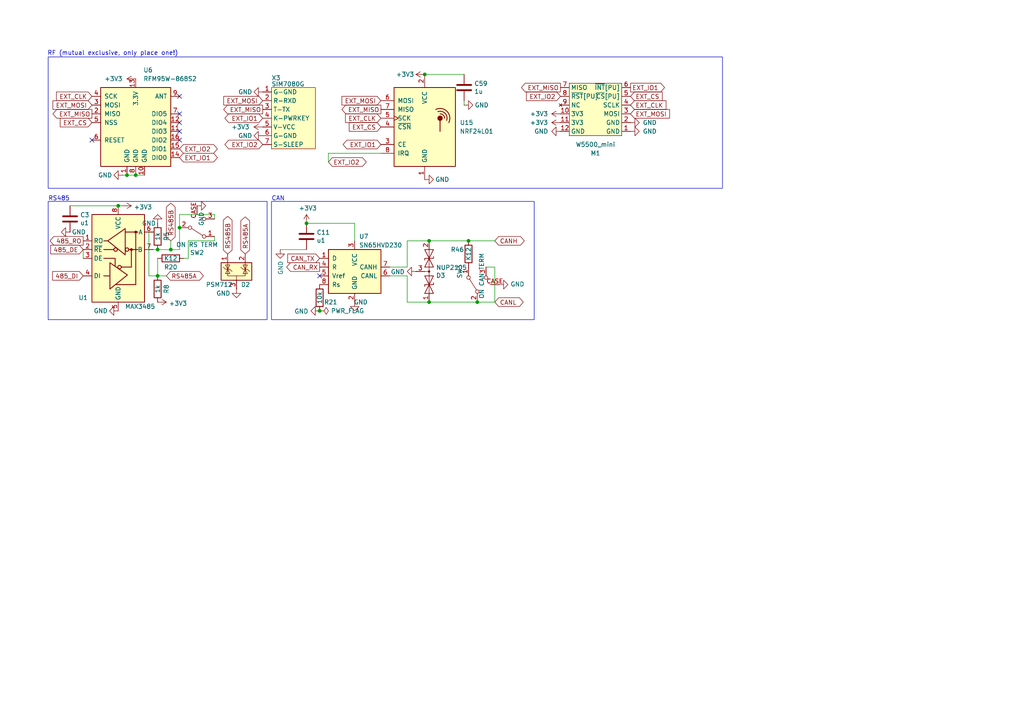
<source format=kicad_sch>
(kicad_sch (version 20231120) (generator "eeschema") (generator_version "8.0")
  (paper "A4")
  (title_block (title "lab@home") (date "2024-08-19") (rev "15.1") (company "Klaus Liebler"))
  (lib_symbols
    (symbol "Device:C" (pin_numbers hide) (pin_names (offset 0.254))
      (property "Reference" "C" (at 0.635 2.54 0))
      (property "Value" "C" (at 0.635 -2.54 0))
      (symbol "C_0_1"
        (polyline (pts (xy -2.032 -0.762) (xy 2.032 -0.762)) (stroke (width 0.508)))
        (polyline (pts (xy -2.032 0.762) (xy 2.032 0.762)) (stroke (width 0.508)))
      )
      (symbol "C_1_1"
        (pin passive line (at 0 3.81 270) (length 2.794) (name "~") (number "1"))
        (pin passive line (at 0 -3.81 90) (length 2.794) (name "~") (number "2"))
      )
    )
    (symbol "Device:R" (pin_numbers hide) (pin_names (offset 0))
      (property "Reference" "R" (at 2.032 0 90))
      (property "Value" "R" (at 0 0 90))
      (symbol "R_0_1"
        (rectangle (start -1.016 -2.54) (end 1.016 2.54) (stroke (width 0.254)))
      )
      (symbol "R_1_1"
        (pin passive line (at 0 3.81 270) (length 1.27) (name "~") (number "1"))
        (pin passive line (at 0 -3.81 90) (length 1.27) (name "~") (number "2"))
      )
    )
    (symbol "Diode:SM712_SOT23" (pin_names (offset 1.016) hide)
      (property "Reference" "D" (at 0 4.445 0))
      (property "Value" "SM712_SOT23" (at 0 2.54 0))
      (symbol "SM712_SOT23_0_0"
        (polyline (pts (xy 0 -1.27) (xy 0 0)))
      )
      (symbol "SM712_SOT23_0_1"
        (polyline (pts (xy -6.35 0) (xy 6.35 0)))
        (polyline (pts (xy -3.302 1.27) (xy -3.81 1.27) (xy -3.81 -1.27) (xy -4.318 -1.27)) (stroke (width 0.2032)))
        (polyline (pts (xy 4.318 1.27) (xy 3.81 1.27) (xy 3.81 -1.27) (xy 3.302 -1.27)) (stroke (width 0.2032)))
        (polyline (pts (xy -6.35 -1.27) (xy -1.27 1.27) (xy -1.27 -1.27) (xy -6.35 1.27) (xy -6.35 -1.27)) (stroke (width 0.2032)))
        (polyline (pts (xy 1.27 -1.27) (xy 1.27 1.27) (xy 6.35 -1.27) (xy 6.35 1.27) (xy 1.27 -1.27)) (stroke (width 0.2032)))
        (circle (center 0 0) (radius 0.254) (fill (type outline)))
      )
      (symbol "SM712_SOT23_1_1"
        (pin passive line (at -8.89 0 0) (length 2.54) (name "A1") (number "1"))
        (pin passive line (at 8.89 0 180) (length 2.54) (name "A2") (number "2"))
        (pin input line (at 0 -3.81 90) (length 2.54) (name "common") (number "3"))
      )
    )
    (symbol "Interface_CAN_LIN:SN65HVD230" (pin_names (offset 1.016))
      (property "Reference" "U" (at -2.54 10.16 0))
      (property "Value" "SN65HVD230" (at -2.54 7.62 0))
      (symbol "SN65HVD230_0_1"
        (rectangle (start -7.62 5.08) (end 7.62 -7.62) (stroke (width 0.254)) (fill (type background)))
      )
      (symbol "SN65HVD230_1_1"
        (pin input line (at -10.16 2.54 0) (length 2.54) (name "D") (number "1"))
        (pin power_in line (at 0 -10.16 90) (length 2.54) (name "GND") (number "2"))
        (pin power_in line (at 0 7.62 270) (length 2.54) (name "VCC") (number "3"))
        (pin output line (at -10.16 0 0) (length 2.54) (name "R") (number "4"))
        (pin output line (at -10.16 -2.54 0) (length 2.54) (name "Vref") (number "5"))
        (pin bidirectional line (at 10.16 -2.54 180) (length 2.54) (name "CANL") (number "6"))
        (pin bidirectional line (at 10.16 0 180) (length 2.54) (name "CANH") (number "7"))
        (pin input line (at -10.16 -5.08 0) (length 2.54) (name "Rs") (number "8"))
      )
    )
    (symbol "Interface_UART:MAX3485"
      (property "Reference" "U" (at -6.985 13.97 0))
      (property "Value" "MAX3485" (at 1.905 13.97 0))
      (symbol "MAX3485_0_1"
        (rectangle (start -7.62 12.7) (end 7.62 -12.7) (stroke (width 0.254)) (fill (type background)))
        (polyline (pts (xy -4.191 2.54) (xy -1.27 2.54)) (stroke (width 0.254)))
        (polyline (pts (xy -2.54 -5.08) (xy -4.191 -5.08)) (stroke (width 0.254)))
        (polyline (pts (xy -0.635 -7.62) (xy 5.08 -7.62)) (stroke (width 0.254)))
        (polyline (pts (xy 0.889 -2.54) (xy 3.81 -2.54)) (stroke (width 0.254)))
        (polyline (pts (xy 2.032 7.62) (xy 5.715 7.62)) (stroke (width 0.254)))
        (polyline (pts (xy 3.048 2.54) (xy 5.715 2.54)) (stroke (width 0.254)))
        (polyline (pts (xy 3.81 -2.54) (xy 3.81 2.54)) (stroke (width 0.254)))
        (polyline (pts (xy 5.08 -7.62) (xy 5.08 7.62)) (stroke (width 0.254)))
        (polyline (pts (xy -4.191 0) (xy -0.889 0) (xy -0.889 -2.286)) (stroke (width 0.254)))
        (polyline (pts (xy -3.175 5.08) (xy -4.191 5.08) (xy -4.064 5.08)) (stroke (width 0.254)))
        (polyline (pts (xy -2.413 -5.08) (xy -2.413 -1.27) (xy 2.667 -4.826) (xy -2.413 -8.89) (xy -2.413 -5.08)) (stroke (width 0.254)))
        (circle (center 0.381 -2.54) (radius 0.508) (stroke (width 0.254)))
        (circle (center 3.81 2.54) (radius 0.2794) (stroke (width 0.254)) (fill (type outline)))
      )
      (symbol "MAX3485_1_1"
        (circle (center -0.762 2.54) (radius 0.508) (stroke (width 0.254)))
        (polyline (pts (xy 2.032 4.826) (xy 2.032 8.636) (xy -3.048 5.08) (xy 2.032 1.016) (xy 2.032 4.826)) (stroke (width 0.254)))
        (circle (center 2.54 2.54) (radius 0.508) (stroke (width 0.254)))
        (circle (center 5.08 7.62) (radius 0.2794) (stroke (width 0.254)) (fill (type outline)))
        (pin output line (at -10.16 5.08 0) (length 2.54) (name "RO") (number "1"))
        (pin input line (at -10.16 2.54 0) (length 2.54) (name "~{RE}") (number "2"))
        (pin input line (at -10.16 0 0) (length 2.54) (name "DE") (number "3"))
        (pin input line (at -10.16 -5.08 0) (length 2.54) (name "DI") (number "4"))
        (pin power_in line (at 0 -15.24 90) (length 2.54) (name "GND") (number "5"))
        (pin bidirectional line (at 10.16 7.62 180) (length 2.54) (name "A") (number "6"))
        (pin bidirectional line (at 10.16 2.54 180) (length 2.54) (name "B") (number "7"))
        (pin power_in line (at 0 15.24 270) (length 2.54) (name "VCC") (number "8"))
      )
    )
    (symbol "Power_Protection:NUP2105L" (pin_names hide)
      (property "Reference" "D" (at 5.715 2.54 0))
      (property "Value" "NUP2105L" (at 5.715 0.635 0))
      (symbol "NUP2105L_0_0"
        (pin passive line (at 0 -5.08 90) (length 2.54) (name "A") (number "3"))
      )
      (symbol "NUP2105L_0_1"
        (rectangle (start -4.445 2.54) (end 4.445 -2.54) (stroke (width 0.254)) (fill (type background)))
        (polyline (pts (xy -2.54 2.54) (xy -2.54 0.635)))
        (polyline (pts (xy 0 -1.27) (xy 0 -2.54)))
        (polyline (pts (xy 2.54 2.54) (xy 2.54 0.635)))
        (polyline (pts (xy -3.81 1.27) (xy -3.175 0.635) (xy -1.905 0.635) (xy -1.27 0)))
        (polyline (pts (xy -2.54 0.635) (xy -2.54 -1.27) (xy 2.54 -1.27) (xy 2.54 0.635)))
        (polyline (pts (xy -2.54 0.635) (xy -1.905 -0.635) (xy -3.175 -0.635) (xy -2.54 0.635)))
        (polyline (pts (xy 2.54 0.635) (xy 1.905 -0.635) (xy 3.175 -0.635) (xy 2.54 0.635)))
        (polyline (pts (xy 2.54 0.635) (xy 3.175 1.905) (xy 1.905 1.905) (xy 2.54 0.635)))
        (polyline (pts (xy -2.54 0.635) (xy -3.175 1.905) (xy -1.905 1.905) (xy -2.54 0.635) (xy -2.54 1.27)))
        (polyline (pts (xy 1.27 1.27) (xy 1.905 0.635) (xy 2.54 0.635) (xy 3.175 0.635) (xy 3.81 0)))
      )
      (symbol "NUP2105L_1_1"
        (pin passive line (at -2.54 5.08 270) (length 2.54) (name "K") (number "1"))
        (pin passive line (at 2.54 5.08 270) (length 2.54) (name "K") (number "2"))
      )
    )
    (symbol "RF:NRF24L01_Breakout" (pin_names (offset 1.016))
      (property "Reference" "U" (at -8.89 12.7 0))
      (property "Value" "NRF24L01_Breakout" (at 3.81 12.7 0))
      (symbol "NRF24L01_Breakout_0_1"
        (rectangle (start -8.89 11.43) (end 8.89 -11.43) (stroke (width 0.254)) (fill (type background)))
        (polyline (pts (xy 4.445 1.905) (xy 4.445 -1.27)) (stroke (width 0.254)))
        (circle (center 4.445 2.54) (radius 0.635) (stroke (width 0.254)) (fill (type outline)))
        (arc (start 5.715 2.54) (mid 5.3521 3.4546) (end 4.445 3.81) (stroke (width 0.254)))
        (arc (start 6.35 1.905) (mid 5.8763 3.9854) (end 3.81 4.445) (stroke (width 0.254)))
        (arc (start 6.985 1.27) (mid 6.453 4.548) (end 3.175 5.08) (stroke (width 0.254)))
      )
      (symbol "NRF24L01_Breakout_1_1"
        (pin power_in line (at 0 -15.24 90) (length 3.81) (name "GND") (number "1"))
        (pin power_in line (at 0 15.24 270) (length 3.81) (name "VCC") (number "2"))
        (pin input line (at -12.7 -5.08 0) (length 3.81) (name "CE") (number "3"))
        (pin input line (at -12.7 0 0) (length 3.81) (name "~{CSN}") (number "4"))
        (pin input clock (at -12.7 2.54 0) (length 3.81) (name "SCK") (number "5"))
        (pin input line (at -12.7 7.62 0) (length 3.81) (name "MOSI") (number "6"))
        (pin output line (at -12.7 5.08 0) (length 3.81) (name "MISO") (number "7"))
        (pin output line (at -12.7 -7.62 0) (length 3.81) (name "IRQ") (number "8"))
      )
    )
    (symbol "RF_Module:RFM95W-868S2" (pin_names (offset 1.016))
      (property "Reference" "U" (at -10.414 11.684 0))
      (property "Value" "RFM95W-868S2" (at 1.524 11.43 0))
      (symbol "RFM95W-868S2_0_1"
        (rectangle (start -10.16 10.16) (end 10.16 -12.7) (stroke (width 0.254)) (fill (type background)))
      )
      (symbol "RFM95W-868S2_1_1"
        (pin power_in line (at -2.54 -15.24 90) (length 2.54) (name "GND") (number "1"))
        (pin power_in line (at 2.54 -15.24 90) (length 2.54) (name "GND") (number "10"))
        (pin bidirectional line (at 12.7 -2.54 180) (length 2.54) (name "DIO3") (number "11"))
        (pin bidirectional line (at 12.7 0 180) (length 2.54) (name "DIO4") (number "12"))
        (pin power_in line (at 0 12.7 270) (length 2.54) (name "3.3V") (number "13"))
        (pin bidirectional line (at 12.7 -10.16 180) (length 2.54) (name "DIO0") (number "14"))
        (pin bidirectional line (at 12.7 -7.62 180) (length 2.54) (name "DIO1") (number "15"))
        (pin bidirectional line (at 12.7 -5.08 180) (length 2.54) (name "DIO2") (number "16"))
        (pin output line (at -12.7 2.54 0) (length 2.54) (name "MISO") (number "2"))
        (pin input line (at -12.7 5.08 0) (length 2.54) (name "MOSI") (number "3"))
        (pin input line (at -12.7 7.62 0) (length 2.54) (name "SCK") (number "4"))
        (pin input line (at -12.7 0 0) (length 2.54) (name "NSS") (number "5"))
        (pin bidirectional line (at -12.7 -5.08 0) (length 2.54) (name "RESET") (number "6"))
        (pin bidirectional line (at 12.7 2.54 180) (length 2.54) (name "DIO5") (number "7"))
        (pin power_in line (at 0 -15.24 90) (length 2.54) (name "GND") (number "8"))
        (pin bidirectional line (at 12.7 7.62 180) (length 2.54) (name "ANT") (number "9"))
      )
    )
    (symbol "liebler_MECH:SW_SPDT_with_Case" (pin_names (offset 0) hide)
      (property "Reference" "SW1" (at 0 7.62 0))
      (property "Value" "SW_SPDT_with_Case" (at 0 5.08 0))
      (symbol "SW_SPDT_with_Case_0_0"
        (circle (center -2.032 0) (radius 0.508))
        (circle (center 2.032 -2.54) (radius 0.508))
      )
      (symbol "SW_SPDT_with_Case_0_1"
        (polyline (pts (xy -1.524 0.254) (xy 1.651 2.286)))
        (circle (center 2.032 2.54) (radius 0.508))
      )
      (symbol "SW_SPDT_with_Case_1_1"
        (pin passive line (at 5.08 2.54 180) (length 2.54) (name "A") (number "1"))
        (pin passive line (at -5.08 0 0) (length 2.54) (name "B") (number "2"))
        (pin passive line (at 5.08 -2.54 180) (length 2.54) (name "C") (number "3"))
        (pin passive line (at 0 -6.35 90) (length 2.54) (name "CASE") (number "CASE"))
      )
    )
    (symbol "liebler_MODULES:SIM7080G_AND_MODULE"
      (property "Reference" "X" (at 0 10.16 0))
      (property "Value" "SIM7080G_AND_MODULE" (at 0 12.7 0))
      (symbol "SIM7080G_AND_MODULE_0_1"
        (rectangle (start -6.35 8.89) (end 6.35 -8.89) (fill (type background)))
      )
      (symbol "SIM7080G_AND_MODULE_1_1"
        (pin power_in line (at -8.89 7.62 0) (length 2.54) (name "G-GND") (number "1"))
        (pin input line (at -8.89 5.08 0) (length 2.54) (name "R-RXD") (number "2"))
        (pin output line (at -8.89 2.54 0) (length 2.54) (name "T-TX") (number "3"))
        (pin input line (at -8.89 0 0) (length 2.54) (name "K-PWRKEY") (number "4"))
        (pin power_in line (at -8.89 -2.54 0) (length 2.54) (name "V-VCC") (number "5"))
        (pin power_in line (at -8.89 -5.08 0) (length 2.54) (name "G-GND") (number "6"))
        (pin power_in line (at -8.89 -7.62 0) (length 2.54) (name "S-SLEEP") (number "7"))
      )
    )
    (symbol "liebler_MODULES:W5500_mini"
      (property "Reference" "M" (at 0 11.43 0))
      (property "Value" "W5500_mini" (at 0 8.89 0))
      (symbol "W5500_mini_0_1"
        (rectangle (start -7.62 7.62) (end 7.62 -7.62) (fill (type background)))
      )
      (symbol "W5500_mini_1_1"
        (pin power_in line (at -10.16 6.35 0) (length 2.54) (name "GND") (number "1"))
        (pin power_in line (at 10.16 1.27 180) (length 2.54) (name "3V3") (number "10"))
        (pin power_in line (at 10.16 3.81 180) (length 2.54) (name "3V3") (number "11"))
        (pin power_in line (at 10.16 6.35 180) (length 2.54) (name "GND") (number "12"))
        (pin power_in line (at -10.16 3.81 0) (length 2.54) (name "GND") (number "2"))
        (pin input line (at -10.16 1.27 0) (length 2.54) (name "MOSI") (number "3"))
        (pin input line (at -10.16 -1.27 0) (length 2.54) (name "SCLK") (number "4"))
        (pin input line (at -10.16 -3.81 0) (length 2.54) (name "~{CS}[PU]") (number "5"))
        (pin output line (at -10.16 -6.35 0) (length 2.54) (name "~{INT}[PU]") (number "6"))
        (pin output line (at 10.16 -6.35 180) (length 2.54) (name "MISO") (number "7"))
        (pin input line (at 10.16 -3.81 180) (length 2.54) (name "~{RST}[PU]") (number "8"))
        (pin no_connect line (at 10.16 -1.27 180) (length 2.54) (name "NC") (number "9"))
      )
    )
    (symbol "power:+3V3" (power) (pin_numbers hide) (pin_names (offset 0) hide)
      (property "Value" "+3V3" (at 0 3.556 0))
      (symbol "+3V3_0_1"
        (polyline (pts (xy -0.762 1.27) (xy 0 2.54)))
        (polyline (pts (xy 0 0) (xy 0 2.54)))
        (polyline (pts (xy 0 2.54) (xy 0.762 1.27)))
      )
      (symbol "+3V3_1_1"
        (pin power_in line (at 0 0 90) (length 0) (name "~") (number "1"))
      )
    )
    (symbol "power:GND" (power) (pin_numbers hide) (pin_names (offset 0) hide)
      (property "Value" "GND" (at 0 -3.81 0))
      (symbol "GND_0_1"
        (polyline (pts (xy 0 0) (xy 0 -1.27) (xy 1.27 -1.27) (xy 0 -2.54) (xy -1.27 -1.27) (xy 0 -1.27)))
      )
      (symbol "GND_1_1"
        (pin power_in line (at 0 0 270) (length 0) (name "~") (number "1"))
      )
    )
    (symbol "power:PWR_FLAG" (power) (pin_numbers hide) (pin_names (offset 0) hide)
      (property "Value" "PWR_FLAG" (at 0 3.81 0))
      (symbol "PWR_FLAG_0_0"
        (pin power_out line (at 0 0 90) (length 0) (name "~") (number "1"))
      )
      (symbol "PWR_FLAG_0_1"
        (polyline (pts (xy 0 0) (xy 0 1.27) (xy -1.016 1.905) (xy 0 2.54) (xy 1.016 1.905) (xy 0 1.27)))
      )
    )
  )
  (junction (at 138.43 87.63))
  (junction (at 52.07 66.04))
  (junction (at 88.9 64.77))
  (junction (at 123.19 21.59))
  (junction (at 135.89 69.85))
  (junction (at 45.72 80.01))
  (junction (at 49.53 72.39))
  (junction (at 34.29 59.69))
  (junction (at 39.37 50.8))
  (junction (at 36.83 50.8))
  (junction (at 92.71 90.17))
  (junction (at 124.46 87.63))
  (junction (at 45.72 72.39))
  (junction (at 124.46 69.85))
  (no_connect (at 52.07 27.94))
  (no_connect (at 52.07 35.56))
  (no_connect (at 52.07 38.1))
  (no_connect (at 26.67 40.64))
  (no_connect (at 52.07 40.64))
  (no_connect (at 52.07 33.02))
  (no_connect (at 92.71 80.01))
  (wire (pts (xy 54.61 69.85) (xy 54.61 74.93)))
  (wire (pts (xy 49.53 69.85) (xy 49.53 72.39)))
  (wire (pts (xy 35.56 50.8) (xy 36.83 50.8)))
  (wire (pts (xy 88.9 72.39) (xy 81.28 72.39)))
  (wire (pts (xy 43.18 80.01) (xy 43.18 67.31)))
  (wire (pts (xy 124.46 69.85) (xy 135.89 69.85)))
  (wire (pts (xy 52.07 62.23) (xy 62.23 62.23)))
  (wire (pts (xy 45.72 80.01) (xy 45.72 74.93)))
  (wire (pts (xy 143.51 77.47) (xy 143.51 87.63)))
  (wire (pts (xy 138.43 87.63) (xy 143.51 87.63)))
  (wire (pts (xy 113.03 80.01) (xy 118.11 80.01)))
  (wire (pts (xy 36.83 50.8) (xy 39.37 50.8)))
  (wire (pts (xy 95.25 44.45) (xy 95.25 46.99)))
  (wire (pts (xy 135.89 69.85) (xy 143.51 69.85)))
  (wire (pts (xy 49.53 72.39) (xy 52.07 72.39)))
  (wire (pts (xy 62.23 62.23) (xy 62.23 63.5)))
  (wire (pts (xy 43.18 80.01) (xy 45.72 80.01)))
  (wire (pts (xy 48.26 80.01) (xy 45.72 80.01)))
  (wire (pts (xy 49.53 72.39) (xy 45.72 72.39)))
  (wire (pts (xy 88.9 64.77) (xy 102.87 64.77)))
  (wire (pts (xy 124.46 87.63) (xy 138.43 87.63)))
  (wire (pts (xy 95.25 44.45) (xy 110.49 44.45)))
  (wire (pts (xy 118.11 87.63) (xy 124.46 87.63)))
  (wire (pts (xy 43.18 67.31) (xy 44.45 67.31)))
  (wire (pts (xy 118.11 80.01) (xy 118.11 87.63)))
  (wire (pts (xy 134.62 29.21) (xy 134.62 30.48)))
  (wire (pts (xy 118.11 77.47) (xy 113.03 77.47)))
  (wire (pts (xy 124.46 69.85) (xy 118.11 69.85)))
  (wire (pts (xy 54.61 74.93) (xy 53.34 74.93)))
  (wire (pts (xy 123.19 21.59) (xy 134.62 21.59)))
  (wire (pts (xy 52.07 66.04) (xy 52.07 62.23)))
  (wire (pts (xy 20.32 59.69) (xy 34.29 59.69)))
  (wire (pts (xy 140.97 77.47) (xy 143.51 77.47)))
  (wire (pts (xy 62.23 68.58) (xy 62.23 69.85)))
  (wire (pts (xy 45.72 72.39) (xy 44.45 72.39)))
  (wire (pts (xy 52.07 72.39) (xy 52.07 66.04)))
  (wire (pts (xy 39.37 50.8) (xy 41.91 50.8)))
  (wire (pts (xy 102.87 69.85) (xy 102.87 64.77)))
  (wire (pts (xy 118.11 69.85) (xy 118.11 77.47)))
  (wire (pts (xy 24.13 72.39) (xy 24.13 74.93)))
  (wire (pts (xy 62.23 69.85) (xy 54.61 69.85)))
  (wire (pts (xy 34.29 59.69) (xy 35.56 59.69)))
  (rectangle (start 13.97 58.42) (end 77.47 92.71))
  (rectangle (start 13.97 16.51) (end 209.55 54.61))
  (rectangle (start 78.74 58.42) (end 154.94 92.71))
  (text "RF (mutual exclusive, only place one!)" (at 13.716 16.256 0) (effects (font (size 1.27 1.27)) (justify left bottom)))
  (text "RS485" (at 13.97 58.42 0) (effects (font (size 1.27 1.27)) (justify left bottom)))
  (text "CAN" (at 78.74 58.42 0) (effects (font (size 1.27 1.27)) (justify left bottom)))
  (global_label "EXT_IO1" (shape bidirectional) (at 110.49 41.91 180) (property "Intersheetrefs" "${INTERSHEET_REFS}" (effects (hide yes))))
  (global_label "EXT_IO1" (shape bidirectional) (at 52.07 45.72 0) (property "Intersheetrefs" "${INTERSHEET_REFS}" (effects (hide yes))))
  (global_label "EXT_MISO" (shape output) (at 162.56 25.4 180) (property "Intersheetrefs" "${INTERSHEET_REFS}" (effects (hide yes))))
  (global_label "EXT_CS" (shape input) (at 110.49 36.83 180) (property "Intersheetrefs" "${INTERSHEET_REFS}" (effects (hide yes))))
  (global_label "EXT_MISO" (shape output) (at 76.2 31.75 180) (property "Intersheetrefs" "${INTERSHEET_REFS}" (effects (hide yes))))
  (global_label "RS485A" (shape bidirectional) (at 71.12 73.66 90) (property "Intersheetrefs" "${INTERSHEET_REFS}" (effects (hide yes))))
  (global_label "EXT_IO1" (shape output) (at 182.88 25.4 0) (property "Intersheetrefs" "${INTERSHEET_REFS}" (effects (hide yes))))
  (global_label "EXT_CS" (shape input) (at 26.67 35.56 180) (property "Intersheetrefs" "${INTERSHEET_REFS}" (effects (hide yes))))
  (global_label "EXT_CS" (shape input) (at 182.88 27.94 0) (property "Intersheetrefs" "${INTERSHEET_REFS}" (effects (hide yes))))
  (global_label "CAN_TX" (shape input) (at 92.71 74.93 180) (property "Intersheetrefs" "${INTERSHEET_REFS}" (effects (hide yes))))
  (global_label "EXT_IO2" (shape bidirectional) (at 52.07 43.18 0) (property "Intersheetrefs" "${INTERSHEET_REFS}" (effects (hide yes))))
  (global_label "EXT_IO2" (shape bidirectional) (at 76.2 41.91 180) (property "Intersheetrefs" "${INTERSHEET_REFS}" (effects (hide yes))))
  (global_label "EXT_MISO" (shape output) (at 110.49 31.75 180) (property "Intersheetrefs" "${INTERSHEET_REFS}" (effects (hide yes))))
  (global_label "CANH" (shape bidirectional) (at 143.51 69.85 0) (property "Intersheetrefs" "${INTERSHEET_REFS}" (effects (hide yes))))
  (global_label "EXT_MOSI" (shape input) (at 26.67 30.48 180) (property "Intersheetrefs" "${INTERSHEET_REFS}" (effects (hide yes))))
  (global_label "EXT_IO2" (shape bidirectional) (at 95.25 46.99 0) (property "Intersheetrefs" "${INTERSHEET_REFS}" (effects (hide yes))))
  (global_label "RS485B" (shape bidirectional) (at 49.53 69.85 90) (property "Intersheetrefs" "${INTERSHEET_REFS}" (effects (hide yes))))
  (global_label "RS485B" (shape bidirectional) (at 66.04 73.66 90) (property "Intersheetrefs" "${INTERSHEET_REFS}" (effects (hide yes))))
  (global_label "CAN_RX" (shape output) (at 92.71 77.47 180) (property "Intersheetrefs" "${INTERSHEET_REFS}" (effects (hide yes))))
  (global_label "EXT_CLK" (shape input) (at 26.67 27.94 180) (property "Intersheetrefs" "${INTERSHEET_REFS}" (effects (hide yes))))
  (global_label "RS485A" (shape bidirectional) (at 48.26 80.01 0) (property "Intersheetrefs" "${INTERSHEET_REFS}" (effects (hide yes))))
  (global_label "CANL" (shape bidirectional) (at 143.51 87.63 0) (property "Intersheetrefs" "${INTERSHEET_REFS}" (effects (hide yes))))
  (global_label "EXT_MOSI" (shape input) (at 182.88 33.02 0) (property "Intersheetrefs" "${INTERSHEET_REFS}" (effects (hide yes))))
  (global_label "EXT_CLK" (shape input) (at 182.88 30.48 0) (property "Intersheetrefs" "${INTERSHEET_REFS}" (effects (hide yes))))
  (global_label "485_RO" (shape output) (at 24.13 69.85 180) (property "Intersheetrefs" "${INTERSHEET_REFS}" (effects (hide yes))))
  (global_label "EXT_MOSI" (shape input) (at 110.49 29.21 180) (property "Intersheetrefs" "${INTERSHEET_REFS}" (effects (hide yes))))
  (global_label "EXT_MISO" (shape output) (at 26.67 33.02 180) (property "Intersheetrefs" "${INTERSHEET_REFS}" (effects (hide yes))))
  (global_label "485_DI" (shape input) (at 24.13 80.01 180) (property "Intersheetrefs" "${INTERSHEET_REFS}" (effects (hide yes))))
  (global_label "EXT_IO1" (shape bidirectional) (at 76.2 34.29 180) (property "Intersheetrefs" "${INTERSHEET_REFS}" (effects (hide yes))))
  (global_label "EXT_CLK" (shape input) (at 110.49 34.29 180) (property "Intersheetrefs" "${INTERSHEET_REFS}" (effects (hide yes))))
  (global_label "EXT_MOSI" (shape input) (at 76.2 29.21 180) (property "Intersheetrefs" "${INTERSHEET_REFS}" (effects (hide yes))))
  (global_label "EXT_IO2" (shape input) (at 162.56 27.94 180) (property "Intersheetrefs" "${INTERSHEET_REFS}" (effects (hide yes))))
  (global_label "485_DE" (shape input) (at 24.13 72.39 180) (property "Intersheetrefs" "${INTERSHEET_REFS}" (effects (hide yes))))
  (symbol (lib_id "power:PWR_FLAG") (at 92.71 90.17 270) (unit 1)
    (property "Reference" "#FLG01" (effects (hide yes)))
    (property "Value" "PWR_FLAG" (at 95.9612 90.17 90) (effects (justify left)))
    (property "Description" "Special symbol for telling ERC where power comes from" (effects (hide yes)))
  )
  (symbol (lib_id "power:GND") (at 120.65 78.74 270) (unit 1)
    (property "Reference" "#PWR052" (effects (hide yes)))
    (property "Value" "GND" (at 117.3988 78.867 90) (effects (justify right)))
    (property "Description" "Power symbol creates a global label with name \"GND\" , ground" (effects (hide yes)))
  )
  (symbol (lib_id "power:+3V3") (at 88.9 64.77 0) (unit 1)
    (property "Reference" "#PWR041" (effects (hide yes)))
    (property "Value" "+3V3" (at 89.281 60.3758 0))
    (property "Description" "Power symbol creates a global label with name \"+3V3\"" (effects (hide yes)))
  )
  (symbol (lib_id "Device:R") (at 135.89 73.66 180) (unit 1)
    (property "Reference" "R46" (at 134.62 72.39 0) (effects (justify left)))
    (property "Value" "K12" (at 135.89 73.66 90))
    (property "Footprint" "Resistor_SMD:R_1206_3216Metric_Pad1.30x1.75mm_HandSolder" (effects (hide yes)))
  )
  (symbol (lib_id "Diode:SM712_SOT23") (at 124.46 78.74 270) (mirror x) (unit 1)
    (property "Reference" "D3" (at 126.4666 79.9084 90) (effects (justify left)))
    (property "Value" "NUP2105" (at 126.4666 77.597 90) (effects (justify left)))
    (property "Footprint" "Package_TO_SOT_SMD:SOT-23_Handsoldering" (effects (hide yes)))
    (property "Datasheet" "https://www.littelfuse.com/~/media/electronics/datasheets/tvs_diode_arrays/littelfuse_tvs_diode_array_sm712_datasheet.pdf.pdf" (effects (hide yes)))
  )
  (symbol (lib_id "Device:R") (at 92.71 86.36 0) (unit 1)
    (property "Reference" "R21" (at 93.98 87.63 0) (effects (justify left)))
    (property "Value" "10k" (at 92.71 86.36 90))
    (property "Footprint" "Resistor_SMD:R_0201_0603Metric" (effects (hide yes)))
  )
  (symbol (lib_id "Interface_CAN_LIN:SN65HVD230") (at 102.87 77.47 0) (unit 1)
    (property "Reference" "U7" (at 104.14 68.58 0) (effects (justify left)))
    (property "Value" "SN65HVD230" (at 104.14 71.12 0) (effects (justify left)))
    (property "Footprint" "liebler_SEMICONDUCTORS:SOIC-8_3.9x4.9mm_Pitch1.27mm_handsolder" (effects (hide yes)))
    (property "Datasheet" "http://www.ti.com/lit/ds/symlink/sn65hvd230.pdf" (effects (hide yes)))
  )
  (symbol (lib_id "power:GND") (at 144.78 82.55 90) (unit 1)
    (property "Reference" "#PWR0211" (effects (hide yes)))
    (property "Value" "GND" (at 148.0312 82.423 90) (effects (justify right)))
    (property "Description" "Power symbol creates a global label with name \"GND\" , ground" (effects (hide yes)))
  )
  (symbol (lib_id "Interface_UART:MAX3485") (at 34.29 74.93 0) (unit 1)
    (property "Reference" "U1" (at 24.13 86.36 0))
    (property "Value" "MAX3485" (at 40.64 88.9 0))
    (property "Footprint" "liebler_SEMICONDUCTORS:SOIC-8_3.9x4.9mm_Pitch1.27mm_handsolder" (effects (hide yes)))
    (property "Datasheet" "https://datasheets.maximintegrated.com/en/ds/MAX3483-MAX3491.pdf" (effects (hide yes)))
    (property "Description" "True RS-485/RS-422, 10Mbps, Slew-Rate Limited, with low-power shutdown, with receiver/driver enable, 32 receiver drive capacitity, DIP-8 and SOIC-8" (effects (hide yes)))
  )
  (symbol (lib_id "power:GND") (at 102.87 87.63 0) (unit 1)
    (property "Reference" "#PWR051" (effects (hide yes)))
    (property "Value" "GND" (at 106.68 87.63 0) (effects (justify right)))
    (property "Description" "Power symbol creates a global label with name \"GND\" , ground" (effects (hide yes)))
  )
  (symbol (lib_id "Device:C") (at 20.32 63.5 180) (unit 1)
    (property "Reference" "C3" (at 23.241 62.3316 0) (effects (justify right)))
    (property "Value" "u1" (at 23.241 64.643 0) (effects (justify right)))
    (property "Footprint" "Capacitor_SMD:C_0201_0603Metric" (effects (hide yes)))
  )
  (symbol (lib_id "RF:NRF24L01_Breakout") (at 123.19 36.83 0) (unit 1)
    (property "Reference" "U15" (at 133.35 35.5599 0) (effects (justify left)))
    (property "Value" "NRF24L01" (at 133.35 38.0999 0) (effects (justify left)))
    (property "Footprint" "RF_Module:nRF24L01_Breakout" (effects (hide yes)))
    (property "Datasheet" "http://www.nordicsemi.com/eng/content/download/2730/34105/file/nRF24L01_Product_Specification_v2_0.pdf" (effects (hide yes)))
    (property "Description" "Ultra low power 2.4GHz RF Transceiver, Carrier PCB" (effects (hide yes)))
  )
  (symbol (lib_id "Device:R") (at 45.72 83.82 180) (unit 1)
    (property "Reference" "R8" (at 48.26 83.82 90))
    (property "Value" "1k" (at 45.72 83.82 90))
    (property "Footprint" "Resistor_SMD:R_0402_1005Metric" (effects (hide yes)))
  )
  (symbol (lib_id "power:GND") (at 34.29 90.17 270) (unit 1)
    (property "Reference" "#PWR03" (effects (hide yes)))
    (property "Value" "GND" (at 29.21 90.17 90))
    (property "Description" "Power symbol creates a global label with name \"GND\" , ground" (effects (hide yes)))
  )
  (symbol (lib_id "power:+3V3") (at 76.2 36.83 90) (unit 1)
    (property "Reference" "#PWR017" (effects (hide yes)))
    (property "Value" "+3V3" (at 72.39 36.83 90) (effects (justify left)))
    (property "Description" "Power symbol creates a global label with name \"+3V3\"" (effects (hide yes)))
  )
  (symbol (lib_id "power:GND") (at 35.56 50.8 270) (unit 1)
    (property "Reference" "#PWR08" (effects (hide yes)))
    (property "Value" "GND" (at 30.48 50.8 90))
    (property "Description" "Power symbol creates a global label with name \"GND\" , ground" (effects (hide yes)))
  )
  (symbol (lib_id "power:+3V3") (at 162.56 33.02 90) (unit 1)
    (property "Reference" "#PWR0157" (effects (hide yes)))
    (property "Value" "+3V3" (at 153.67 33.02 90) (effects (justify right)))
    (property "Description" "Power symbol creates a global label with name \"+3V3\"" (effects (hide yes)))
  )
  (symbol (lib_id "power:+3V3") (at 162.56 35.56 90) (unit 1)
    (property "Reference" "#PWR0158" (effects (hide yes)))
    (property "Value" "+3V3" (at 153.67 35.56 90) (effects (justify right)))
    (property "Description" "Power symbol creates a global label with name \"+3V3\"" (effects (hide yes)))
  )
  (symbol (lib_id "power:GND") (at 134.62 30.48 90) (unit 1)
    (property "Reference" "#PWR0156" (effects (hide yes)))
    (property "Value" "GND" (at 139.7 30.48 90))
    (property "Description" "Power symbol creates a global label with name \"GND\" , ground" (effects (hide yes)))
  )
  (symbol (lib_id "liebler_MECH:SW_SPDT_with_Case") (at 138.43 82.55 90) (unit 1)
    (property "Reference" "SW3" (at 133.35 78.74 0))
    (property "Value" "ON CAN TERM" (at 139.7 80.01 0))
    (property "Footprint" "liebler_MECH:SW_SPDT_PCM12_handsolder" (effects (hide yes)))
    (property "Description" "Switch, single pole double throw" (effects (hide yes)))
  )
  (symbol (lib_id "power:GND") (at 57.15 59.69 90) (unit 1)
    (property "Reference" "#PWR0213" (effects (hide yes)))
    (property "Value" "GND" (at 58.42 63.5 0))
    (property "Description" "Power symbol creates a global label with name \"GND\" , ground" (effects (hide yes)))
  )
  (symbol (lib_id "power:GND") (at 68.58 83.82 0) (unit 1)
    (property "Reference" "#PWR014" (effects (hide yes)))
    (property "Value" "GND" (at 64.77 85.09 0))
    (property "Description" "Power symbol creates a global label with name \"GND\" , ground" (effects (hide yes)))
  )
  (symbol (lib_id "Device:R") (at 45.72 68.58 180) (unit 1)
    (property "Reference" "R5" (at 48.26 68.58 90))
    (property "Value" "1k" (at 45.72 68.58 90))
    (property "Footprint" "Resistor_SMD:R_0402_1005Metric" (effects (hide yes)))
  )
  (symbol (lib_id "power:GND") (at 76.2 39.37 270) (unit 1)
    (property "Reference" "#PWR024" (effects (hide yes)))
    (property "Value" "GND" (at 71.12 39.37 90))
    (property "Description" "Power symbol creates a global label with name \"GND\" , ground" (effects (hide yes)))
  )
  (symbol (lib_id "Device:R") (at 49.53 74.93 90) (unit 1)
    (property "Reference" "R20" (at 49.53 77.47 90))
    (property "Value" "K12" (at 49.53 74.93 90))
    (property "Footprint" "Resistor_SMD:R_1206_3216Metric_Pad1.30x1.75mm_HandSolder" (effects (hide yes)))
  )
  (symbol (lib_id "power:GND") (at 123.19 52.07 90) (unit 1)
    (property "Reference" "#PWR0155" (effects (hide yes)))
    (property "Value" "GND" (at 128.27 52.07 90))
    (property "Description" "Power symbol creates a global label with name \"GND\" , ground" (effects (hide yes)))
  )
  (symbol (lib_id "liebler_MECH:SW_SPDT_with_Case") (at 57.15 66.04 0) (mirror x) (unit 1)
    (property "Reference" "SW2" (at 57.15 73.279 0))
    (property "Value" "ON RS TERM" (at 57.15 70.9676 0))
    (property "Footprint" "liebler_MECH:SW_SPDT_PCM12_handsolder" (effects (hide yes)))
    (property "Description" "Switch, single pole double throw" (effects (hide yes)))
  )
  (symbol (lib_id "power:+3V3") (at 39.37 22.86 90) (unit 1)
    (property "Reference" "#PWR010" (effects (hide yes)))
    (property "Value" "+3V3" (at 35.56 22.86 90) (effects (justify left)))
    (property "Description" "Power symbol creates a global label with name \"+3V3\"" (effects (hide yes)))
  )
  (symbol (lib_id "liebler_MODULES:SIM7080G_AND_MODULE") (at 85.09 34.29 0) (unit 1)
    (property "Reference" "X3" (at 78.74 22.606 0) (effects (justify left)))
    (property "Value" "SIM7080G" (at 78.74 24.384 0) (effects (justify left)))
    (property "Footprint" "liebler_MODULES:SIM7080G_AND_MODULE" (effects (hide yes)))
  )
  (symbol (lib_id "power:GND") (at 182.88 38.1 90) (unit 1)
    (property "Reference" "#PWR0195" (effects (hide yes)))
    (property "Value" "GND" (at 190.5 38.1 90) (effects (justify left)))
    (property "Description" "Power symbol creates a global label with name \"GND\" , ground" (effects (hide yes)))
  )
  (symbol (lib_id "power:GND") (at 182.88 35.56 90) (unit 1)
    (property "Reference" "#PWR0162" (effects (hide yes)))
    (property "Value" "GND" (at 190.5 35.56 90) (effects (justify left)))
    (property "Description" "Power symbol creates a global label with name \"GND\" , ground" (effects (hide yes)))
  )
  (symbol (lib_id "power:+3V3") (at 45.72 87.63 270) (unit 1)
    (property "Reference" "#PWR013" (effects (hide yes)))
    (property "Value" "+3V3" (at 48.9712 88.011 90) (effects (justify left)))
    (property "Description" "Power symbol creates a global label with name \"+3V3\"" (effects (hide yes)))
  )
  (symbol (lib_id "power:GND") (at 76.2 26.67 270) (unit 1)
    (property "Reference" "#PWR016" (effects (hide yes)))
    (property "Value" "GND" (at 71.12 26.67 90))
    (property "Description" "Power symbol creates a global label with name \"GND\" , ground" (effects (hide yes)))
  )
  (symbol (lib_id "Power_Protection:NUP2105L") (at 68.58 78.74 0) (unit 1)
    (property "Reference" "D2" (at 69.85 82.55 0) (effects (justify left)))
    (property "Value" "PSM712" (at 59.69 82.55 0) (effects (justify left)))
    (property "Footprint" "Package_TO_SOT_SMD:SOT-23_Handsoldering" (effects (hide yes)))
    (property "Datasheet" "https://www.onsemi.com/pub_link/Collateral/NUP2105L-D.PDF" (effects (hide yes)))
    (property "Description" "Dual Line CAN Bus Protector, 24Vrwm" (effects (hide yes)))
  )
  (symbol (lib_id "RF_Module:RFM95W-868S2") (at 39.37 35.56 0) (unit 1)
    (property "Reference" "U6" (at 41.5641 20.32 0) (effects (justify left)))
    (property "Value" "RFM95W-868S2" (at 41.5641 22.86 0) (effects (justify left)))
    (property "Footprint" "RF_Module:HOPERF_RFM9XW_THT" (effects (hide yes)))
    (property "Datasheet" "https://www.hoperf.com/data/upload/portal/20181127/5bfcbea20e9ef.pdf" (effects (hide yes)))
    (property "Description" "Low power long range transceiver module, SPI and parallel interface, 868 MHz, spreading factor 6 to12, bandwidth 7.8 to 500kHz, -111 to -148 dBm, SMD-16, DIP-16" (effects (hide yes)))
  )
  (symbol (lib_id "power:+3V3") (at 35.56 59.69 270) (unit 1)
    (property "Reference" "#PWR02" (effects (hide yes)))
    (property "Value" "+3V3" (at 38.8112 60.071 90) (effects (justify left)))
    (property "Description" "Power symbol creates a global label with name \"+3V3\"" (effects (hide yes)))
  )
  (symbol (lib_id "power:GND") (at 20.32 67.31 270) (unit 1)
    (property "Reference" "#PWR01" (effects (hide yes)))
    (property "Value" "GND" (at 22.86 67.31 90))
    (property "Description" "Power symbol creates a global label with name \"GND\" , ground" (effects (hide yes)))
  )
  (symbol (lib_id "power:GND") (at 81.28 72.39 0) (unit 1)
    (property "Reference" "#PWR028" (effects (hide yes)))
    (property "Value" "GND" (at 81.407 75.6412 90) (effects (justify right)))
    (property "Description" "Power symbol creates a global label with name \"GND\" , ground" (effects (hide yes)))
  )
  (symbol (lib_id "power:GND") (at 92.71 90.17 270) (unit 1)
    (property "Reference" "#PWR046" (effects (hide yes)))
    (property "Value" "GND" (at 89.4588 90.297 90) (effects (justify right)))
    (property "Description" "Power symbol creates a global label with name \"GND\" , ground" (effects (hide yes)))
  )
  (symbol (lib_id "liebler_MODULES:W5500_mini") (at 172.72 31.75 180) (unit 1)
    (property "Reference" "M1" (at 172.72 44.45 0))
    (property "Value" "W5500_mini" (at 172.72 41.91 0))
    (property "Footprint" "liebler_MODULES:W5500-mini" (effects (hide yes)))
  )
  (symbol (lib_id "power:GND") (at 45.72 64.77 180) (unit 1)
    (property "Reference" "#PWR011" (effects (hide yes)))
    (property "Value" "GND" (at 43.18 64.77 0))
    (property "Description" "Power symbol creates a global label with name \"GND\" , ground" (effects (hide yes)))
  )
  (symbol (lib_id "power:GND") (at 162.56 38.1 270) (unit 1)
    (property "Reference" "#PWR0161" (effects (hide yes)))
    (property "Value" "GND" (at 154.94 38.1 90) (effects (justify left)))
    (property "Description" "Power symbol creates a global label with name \"GND\" , ground" (effects (hide yes)))
  )
  (symbol (lib_id "power:+3V3") (at 123.19 21.59 90) (unit 1)
    (property "Reference" "#PWR055" (effects (hide yes)))
    (property "Value" "+3V3" (at 120.142 21.59 90) (effects (justify left)))
    (property "Description" "Power symbol creates a global label with name \"+3V3\"" (effects (hide yes)))
  )
  (symbol (lib_id "Device:C") (at 88.9 68.58 0) (unit 1)
    (property "Reference" "C11" (at 91.821 67.4116 0) (effects (justify left)))
    (property "Value" "u1" (at 91.821 69.723 0) (effects (justify left)))
    (property "Footprint" "Capacitor_SMD:C_0201_0603Metric" (effects (hide yes)))
  )
  (symbol (lib_id "Device:C") (at 134.62 25.4 0) (unit 1)
    (property "Reference" "C59" (at 137.541 24.2316 0) (effects (justify left)))
    (property "Value" "1u" (at 137.541 26.543 0) (effects (justify left)))
    (property "Footprint" "Capacitor_SMD:C_0402_1005Metric" (effects (hide yes)))
  )
)
</source>
